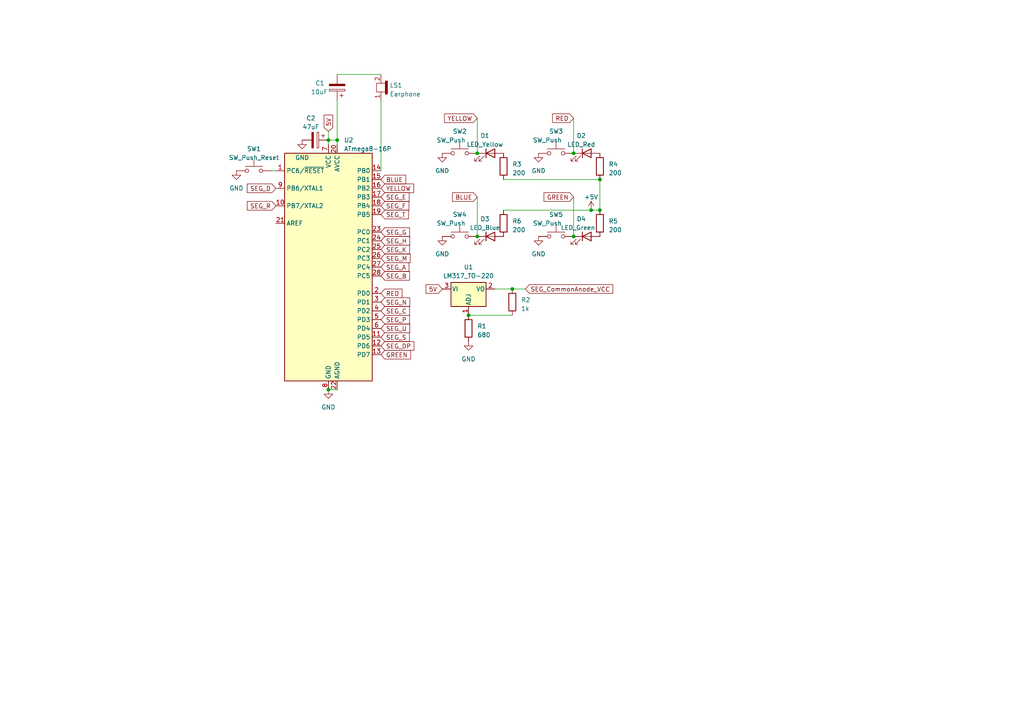
<source format=kicad_sch>
(kicad_sch (version 20230121) (generator eeschema)

  (uuid 53dc83bd-ee1d-469a-a497-1937f29c4a2d)

  (paper "A4")

  (lib_symbols
    (symbol "Device:C_Polarized" (pin_numbers hide) (pin_names (offset 0.254)) (in_bom yes) (on_board yes)
      (property "Reference" "C" (at 0.635 2.54 0)
        (effects (font (size 1.27 1.27)) (justify left))
      )
      (property "Value" "C_Polarized" (at 0.635 -2.54 0)
        (effects (font (size 1.27 1.27)) (justify left))
      )
      (property "Footprint" "" (at 0.9652 -3.81 0)
        (effects (font (size 1.27 1.27)) hide)
      )
      (property "Datasheet" "~" (at 0 0 0)
        (effects (font (size 1.27 1.27)) hide)
      )
      (property "ki_keywords" "cap capacitor" (at 0 0 0)
        (effects (font (size 1.27 1.27)) hide)
      )
      (property "ki_description" "Polarized capacitor" (at 0 0 0)
        (effects (font (size 1.27 1.27)) hide)
      )
      (property "ki_fp_filters" "CP_*" (at 0 0 0)
        (effects (font (size 1.27 1.27)) hide)
      )
      (symbol "C_Polarized_0_1"
        (rectangle (start -2.286 0.508) (end 2.286 1.016)
          (stroke (width 0) (type default))
          (fill (type none))
        )
        (polyline
          (pts
            (xy -1.778 2.286)
            (xy -0.762 2.286)
          )
          (stroke (width 0) (type default))
          (fill (type none))
        )
        (polyline
          (pts
            (xy -1.27 2.794)
            (xy -1.27 1.778)
          )
          (stroke (width 0) (type default))
          (fill (type none))
        )
        (rectangle (start 2.286 -0.508) (end -2.286 -1.016)
          (stroke (width 0) (type default))
          (fill (type outline))
        )
      )
      (symbol "C_Polarized_1_1"
        (pin passive line (at 0 3.81 270) (length 2.794)
          (name "~" (effects (font (size 1.27 1.27))))
          (number "1" (effects (font (size 1.27 1.27))))
        )
        (pin passive line (at 0 -3.81 90) (length 2.794)
          (name "~" (effects (font (size 1.27 1.27))))
          (number "2" (effects (font (size 1.27 1.27))))
        )
      )
    )
    (symbol "Device:Earphone" (pin_names (offset 0.0254) hide) (in_bom yes) (on_board yes)
      (property "Reference" "LS" (at 2.54 3.81 0)
        (effects (font (size 1.27 1.27)) (justify left))
      )
      (property "Value" "Earphone" (at 2.54 1.905 0)
        (effects (font (size 1.27 1.27)) (justify left))
      )
      (property "Footprint" "" (at 0 2.54 90)
        (effects (font (size 1.27 1.27)) hide)
      )
      (property "Datasheet" "~" (at 0 2.54 90)
        (effects (font (size 1.27 1.27)) hide)
      )
      (property "ki_keywords" "earphone speaker headphone" (at 0 0 0)
        (effects (font (size 1.27 1.27)) hide)
      )
      (property "ki_description" "Earphone, polarized" (at 0 0 0)
        (effects (font (size 1.27 1.27)) hide)
      )
      (symbol "Earphone_0_1"
        (rectangle (start 1.27 -0.635) (end 1.905 3.175)
          (stroke (width 0) (type default))
          (fill (type outline))
        )
        (rectangle (start 1.27 0) (end -1.27 2.54)
          (stroke (width 0) (type default))
          (fill (type none))
        )
      )
      (symbol "Earphone_1_1"
        (pin passive line (at 0 -2.54 90) (length 2.54)
          (name "-" (effects (font (size 1.27 1.27))))
          (number "1" (effects (font (size 1.27 1.27))))
        )
        (pin passive line (at 0 5.08 270) (length 2.54)
          (name "+" (effects (font (size 1.27 1.27))))
          (number "2" (effects (font (size 1.27 1.27))))
        )
      )
    )
    (symbol "Device:LED" (pin_numbers hide) (pin_names (offset 1.016) hide) (in_bom yes) (on_board yes)
      (property "Reference" "D" (at 0 2.54 0)
        (effects (font (size 1.27 1.27)))
      )
      (property "Value" "LED" (at 0 -2.54 0)
        (effects (font (size 1.27 1.27)))
      )
      (property "Footprint" "" (at 0 0 0)
        (effects (font (size 1.27 1.27)) hide)
      )
      (property "Datasheet" "~" (at 0 0 0)
        (effects (font (size 1.27 1.27)) hide)
      )
      (property "ki_keywords" "LED diode" (at 0 0 0)
        (effects (font (size 1.27 1.27)) hide)
      )
      (property "ki_description" "Light emitting diode" (at 0 0 0)
        (effects (font (size 1.27 1.27)) hide)
      )
      (property "ki_fp_filters" "LED* LED_SMD:* LED_THT:*" (at 0 0 0)
        (effects (font (size 1.27 1.27)) hide)
      )
      (symbol "LED_0_1"
        (polyline
          (pts
            (xy -1.27 -1.27)
            (xy -1.27 1.27)
          )
          (stroke (width 0.254) (type default))
          (fill (type none))
        )
        (polyline
          (pts
            (xy -1.27 0)
            (xy 1.27 0)
          )
          (stroke (width 0) (type default))
          (fill (type none))
        )
        (polyline
          (pts
            (xy 1.27 -1.27)
            (xy 1.27 1.27)
            (xy -1.27 0)
            (xy 1.27 -1.27)
          )
          (stroke (width 0.254) (type default))
          (fill (type none))
        )
        (polyline
          (pts
            (xy -3.048 -0.762)
            (xy -4.572 -2.286)
            (xy -3.81 -2.286)
            (xy -4.572 -2.286)
            (xy -4.572 -1.524)
          )
          (stroke (width 0) (type default))
          (fill (type none))
        )
        (polyline
          (pts
            (xy -1.778 -0.762)
            (xy -3.302 -2.286)
            (xy -2.54 -2.286)
            (xy -3.302 -2.286)
            (xy -3.302 -1.524)
          )
          (stroke (width 0) (type default))
          (fill (type none))
        )
      )
      (symbol "LED_1_1"
        (pin passive line (at -3.81 0 0) (length 2.54)
          (name "K" (effects (font (size 1.27 1.27))))
          (number "1" (effects (font (size 1.27 1.27))))
        )
        (pin passive line (at 3.81 0 180) (length 2.54)
          (name "A" (effects (font (size 1.27 1.27))))
          (number "2" (effects (font (size 1.27 1.27))))
        )
      )
    )
    (symbol "Device:R" (pin_numbers hide) (pin_names (offset 0)) (in_bom yes) (on_board yes)
      (property "Reference" "R" (at 2.032 0 90)
        (effects (font (size 1.27 1.27)))
      )
      (property "Value" "R" (at 0 0 90)
        (effects (font (size 1.27 1.27)))
      )
      (property "Footprint" "" (at -1.778 0 90)
        (effects (font (size 1.27 1.27)) hide)
      )
      (property "Datasheet" "~" (at 0 0 0)
        (effects (font (size 1.27 1.27)) hide)
      )
      (property "ki_keywords" "R res resistor" (at 0 0 0)
        (effects (font (size 1.27 1.27)) hide)
      )
      (property "ki_description" "Resistor" (at 0 0 0)
        (effects (font (size 1.27 1.27)) hide)
      )
      (property "ki_fp_filters" "R_*" (at 0 0 0)
        (effects (font (size 1.27 1.27)) hide)
      )
      (symbol "R_0_1"
        (rectangle (start -1.016 -2.54) (end 1.016 2.54)
          (stroke (width 0.254) (type default))
          (fill (type none))
        )
      )
      (symbol "R_1_1"
        (pin passive line (at 0 3.81 270) (length 1.27)
          (name "~" (effects (font (size 1.27 1.27))))
          (number "1" (effects (font (size 1.27 1.27))))
        )
        (pin passive line (at 0 -3.81 90) (length 1.27)
          (name "~" (effects (font (size 1.27 1.27))))
          (number "2" (effects (font (size 1.27 1.27))))
        )
      )
    )
    (symbol "MCU_Microchip_ATmega:ATmega8-16P" (in_bom yes) (on_board yes)
      (property "Reference" "U" (at -12.7 34.29 0)
        (effects (font (size 1.27 1.27)) (justify left bottom))
      )
      (property "Value" "ATmega8-16P" (at 5.08 -34.29 0)
        (effects (font (size 1.27 1.27)) (justify left top))
      )
      (property "Footprint" "Package_DIP:DIP-28_W7.62mm" (at 0 0 0)
        (effects (font (size 1.27 1.27) italic) hide)
      )
      (property "Datasheet" "http://ww1.microchip.com/downloads/en/DeviceDoc/atmel-2486-8-bit-avr-microcontroller-atmega8_l_datasheet.pdf" (at 0 0 0)
        (effects (font (size 1.27 1.27)) hide)
      )
      (property "ki_keywords" "AVR 8bit Microcontroller MegaAVR" (at 0 0 0)
        (effects (font (size 1.27 1.27)) hide)
      )
      (property "ki_description" "16MHz, 8kB Flash, 1kB SRAM, 512B EEPROM, DIP-28" (at 0 0 0)
        (effects (font (size 1.27 1.27)) hide)
      )
      (property "ki_fp_filters" "DIP*W7.62mm*" (at 0 0 0)
        (effects (font (size 1.27 1.27)) hide)
      )
      (symbol "ATmega8-16P_0_1"
        (rectangle (start -12.7 -33.02) (end 12.7 33.02)
          (stroke (width 0.254) (type default))
          (fill (type background))
        )
      )
      (symbol "ATmega8-16P_1_1"
        (pin bidirectional line (at -15.24 27.94 0) (length 2.54)
          (name "PC6/~{RESET}" (effects (font (size 1.27 1.27))))
          (number "1" (effects (font (size 1.27 1.27))))
        )
        (pin bidirectional line (at -15.24 17.78 0) (length 2.54)
          (name "PB7/XTAL2" (effects (font (size 1.27 1.27))))
          (number "10" (effects (font (size 1.27 1.27))))
        )
        (pin bidirectional line (at 15.24 -20.32 180) (length 2.54)
          (name "PD5" (effects (font (size 1.27 1.27))))
          (number "11" (effects (font (size 1.27 1.27))))
        )
        (pin bidirectional line (at 15.24 -22.86 180) (length 2.54)
          (name "PD6" (effects (font (size 1.27 1.27))))
          (number "12" (effects (font (size 1.27 1.27))))
        )
        (pin bidirectional line (at 15.24 -25.4 180) (length 2.54)
          (name "PD7" (effects (font (size 1.27 1.27))))
          (number "13" (effects (font (size 1.27 1.27))))
        )
        (pin bidirectional line (at 15.24 27.94 180) (length 2.54)
          (name "PB0" (effects (font (size 1.27 1.27))))
          (number "14" (effects (font (size 1.27 1.27))))
        )
        (pin bidirectional line (at 15.24 25.4 180) (length 2.54)
          (name "PB1" (effects (font (size 1.27 1.27))))
          (number "15" (effects (font (size 1.27 1.27))))
        )
        (pin bidirectional line (at 15.24 22.86 180) (length 2.54)
          (name "PB2" (effects (font (size 1.27 1.27))))
          (number "16" (effects (font (size 1.27 1.27))))
        )
        (pin bidirectional line (at 15.24 20.32 180) (length 2.54)
          (name "PB3" (effects (font (size 1.27 1.27))))
          (number "17" (effects (font (size 1.27 1.27))))
        )
        (pin bidirectional line (at 15.24 17.78 180) (length 2.54)
          (name "PB4" (effects (font (size 1.27 1.27))))
          (number "18" (effects (font (size 1.27 1.27))))
        )
        (pin bidirectional line (at 15.24 15.24 180) (length 2.54)
          (name "PB5" (effects (font (size 1.27 1.27))))
          (number "19" (effects (font (size 1.27 1.27))))
        )
        (pin bidirectional line (at 15.24 -7.62 180) (length 2.54)
          (name "PD0" (effects (font (size 1.27 1.27))))
          (number "2" (effects (font (size 1.27 1.27))))
        )
        (pin power_in line (at 2.54 35.56 270) (length 2.54)
          (name "AVCC" (effects (font (size 1.27 1.27))))
          (number "20" (effects (font (size 1.27 1.27))))
        )
        (pin passive line (at -15.24 12.7 0) (length 2.54)
          (name "AREF" (effects (font (size 1.27 1.27))))
          (number "21" (effects (font (size 1.27 1.27))))
        )
        (pin power_in line (at 2.54 -35.56 90) (length 2.54)
          (name "AGND" (effects (font (size 1.27 1.27))))
          (number "22" (effects (font (size 1.27 1.27))))
        )
        (pin bidirectional line (at 15.24 10.16 180) (length 2.54)
          (name "PC0" (effects (font (size 1.27 1.27))))
          (number "23" (effects (font (size 1.27 1.27))))
        )
        (pin bidirectional line (at 15.24 7.62 180) (length 2.54)
          (name "PC1" (effects (font (size 1.27 1.27))))
          (number "24" (effects (font (size 1.27 1.27))))
        )
        (pin bidirectional line (at 15.24 5.08 180) (length 2.54)
          (name "PC2" (effects (font (size 1.27 1.27))))
          (number "25" (effects (font (size 1.27 1.27))))
        )
        (pin bidirectional line (at 15.24 2.54 180) (length 2.54)
          (name "PC3" (effects (font (size 1.27 1.27))))
          (number "26" (effects (font (size 1.27 1.27))))
        )
        (pin bidirectional line (at 15.24 0 180) (length 2.54)
          (name "PC4" (effects (font (size 1.27 1.27))))
          (number "27" (effects (font (size 1.27 1.27))))
        )
        (pin bidirectional line (at 15.24 -2.54 180) (length 2.54)
          (name "PC5" (effects (font (size 1.27 1.27))))
          (number "28" (effects (font (size 1.27 1.27))))
        )
        (pin bidirectional line (at 15.24 -10.16 180) (length 2.54)
          (name "PD1" (effects (font (size 1.27 1.27))))
          (number "3" (effects (font (size 1.27 1.27))))
        )
        (pin bidirectional line (at 15.24 -12.7 180) (length 2.54)
          (name "PD2" (effects (font (size 1.27 1.27))))
          (number "4" (effects (font (size 1.27 1.27))))
        )
        (pin bidirectional line (at 15.24 -15.24 180) (length 2.54)
          (name "PD3" (effects (font (size 1.27 1.27))))
          (number "5" (effects (font (size 1.27 1.27))))
        )
        (pin bidirectional line (at 15.24 -17.78 180) (length 2.54)
          (name "PD4" (effects (font (size 1.27 1.27))))
          (number "6" (effects (font (size 1.27 1.27))))
        )
        (pin power_in line (at 0 35.56 270) (length 2.54)
          (name "VCC" (effects (font (size 1.27 1.27))))
          (number "7" (effects (font (size 1.27 1.27))))
        )
        (pin power_in line (at 0 -35.56 90) (length 2.54)
          (name "GND" (effects (font (size 1.27 1.27))))
          (number "8" (effects (font (size 1.27 1.27))))
        )
        (pin bidirectional line (at -15.24 22.86 0) (length 2.54)
          (name "PB6/XTAL1" (effects (font (size 1.27 1.27))))
          (number "9" (effects (font (size 1.27 1.27))))
        )
      )
    )
    (symbol "Regulator_Linear:LM317_TO-220" (pin_names (offset 0.254)) (in_bom yes) (on_board yes)
      (property "Reference" "U" (at -3.81 3.175 0)
        (effects (font (size 1.27 1.27)))
      )
      (property "Value" "LM317_TO-220" (at 0 3.175 0)
        (effects (font (size 1.27 1.27)) (justify left))
      )
      (property "Footprint" "Package_TO_SOT_THT:TO-220-3_Vertical" (at 0 6.35 0)
        (effects (font (size 1.27 1.27) italic) hide)
      )
      (property "Datasheet" "http://www.ti.com/lit/ds/symlink/lm317.pdf" (at 0 0 0)
        (effects (font (size 1.27 1.27)) hide)
      )
      (property "ki_keywords" "Adjustable Voltage Regulator 1A Positive" (at 0 0 0)
        (effects (font (size 1.27 1.27)) hide)
      )
      (property "ki_description" "1.5A 35V Adjustable Linear Regulator, TO-220" (at 0 0 0)
        (effects (font (size 1.27 1.27)) hide)
      )
      (property "ki_fp_filters" "TO?220*" (at 0 0 0)
        (effects (font (size 1.27 1.27)) hide)
      )
      (symbol "LM317_TO-220_0_1"
        (rectangle (start -5.08 1.905) (end 5.08 -5.08)
          (stroke (width 0.254) (type default))
          (fill (type background))
        )
      )
      (symbol "LM317_TO-220_1_1"
        (pin input line (at 0 -7.62 90) (length 2.54)
          (name "ADJ" (effects (font (size 1.27 1.27))))
          (number "1" (effects (font (size 1.27 1.27))))
        )
        (pin power_out line (at 7.62 0 180) (length 2.54)
          (name "VO" (effects (font (size 1.27 1.27))))
          (number "2" (effects (font (size 1.27 1.27))))
        )
        (pin power_in line (at -7.62 0 0) (length 2.54)
          (name "VI" (effects (font (size 1.27 1.27))))
          (number "3" (effects (font (size 1.27 1.27))))
        )
      )
    )
    (symbol "Switch:SW_Push" (pin_numbers hide) (pin_names (offset 1.016) hide) (in_bom yes) (on_board yes)
      (property "Reference" "SW" (at 1.27 2.54 0)
        (effects (font (size 1.27 1.27)) (justify left))
      )
      (property "Value" "SW_Push" (at 0 -1.524 0)
        (effects (font (size 1.27 1.27)))
      )
      (property "Footprint" "" (at 0 5.08 0)
        (effects (font (size 1.27 1.27)) hide)
      )
      (property "Datasheet" "~" (at 0 5.08 0)
        (effects (font (size 1.27 1.27)) hide)
      )
      (property "ki_keywords" "switch normally-open pushbutton push-button" (at 0 0 0)
        (effects (font (size 1.27 1.27)) hide)
      )
      (property "ki_description" "Push button switch, generic, two pins" (at 0 0 0)
        (effects (font (size 1.27 1.27)) hide)
      )
      (symbol "SW_Push_0_1"
        (circle (center -2.032 0) (radius 0.508)
          (stroke (width 0) (type default))
          (fill (type none))
        )
        (polyline
          (pts
            (xy 0 1.27)
            (xy 0 3.048)
          )
          (stroke (width 0) (type default))
          (fill (type none))
        )
        (polyline
          (pts
            (xy 2.54 1.27)
            (xy -2.54 1.27)
          )
          (stroke (width 0) (type default))
          (fill (type none))
        )
        (circle (center 2.032 0) (radius 0.508)
          (stroke (width 0) (type default))
          (fill (type none))
        )
        (pin passive line (at -5.08 0 0) (length 2.54)
          (name "1" (effects (font (size 1.27 1.27))))
          (number "1" (effects (font (size 1.27 1.27))))
        )
        (pin passive line (at 5.08 0 180) (length 2.54)
          (name "2" (effects (font (size 1.27 1.27))))
          (number "2" (effects (font (size 1.27 1.27))))
        )
      )
    )
    (symbol "power:+5V" (power) (pin_names (offset 0)) (in_bom yes) (on_board yes)
      (property "Reference" "#PWR" (at 0 -3.81 0)
        (effects (font (size 1.27 1.27)) hide)
      )
      (property "Value" "+5V" (at 0 3.556 0)
        (effects (font (size 1.27 1.27)))
      )
      (property "Footprint" "" (at 0 0 0)
        (effects (font (size 1.27 1.27)) hide)
      )
      (property "Datasheet" "" (at 0 0 0)
        (effects (font (size 1.27 1.27)) hide)
      )
      (property "ki_keywords" "global power" (at 0 0 0)
        (effects (font (size 1.27 1.27)) hide)
      )
      (property "ki_description" "Power symbol creates a global label with name \"+5V\"" (at 0 0 0)
        (effects (font (size 1.27 1.27)) hide)
      )
      (symbol "+5V_0_1"
        (polyline
          (pts
            (xy -0.762 1.27)
            (xy 0 2.54)
          )
          (stroke (width 0) (type default))
          (fill (type none))
        )
        (polyline
          (pts
            (xy 0 0)
            (xy 0 2.54)
          )
          (stroke (width 0) (type default))
          (fill (type none))
        )
        (polyline
          (pts
            (xy 0 2.54)
            (xy 0.762 1.27)
          )
          (stroke (width 0) (type default))
          (fill (type none))
        )
      )
      (symbol "+5V_1_1"
        (pin power_in line (at 0 0 90) (length 0) hide
          (name "+5V" (effects (font (size 1.27 1.27))))
          (number "1" (effects (font (size 1.27 1.27))))
        )
      )
    )
    (symbol "power:GND" (power) (pin_names (offset 0)) (in_bom yes) (on_board yes)
      (property "Reference" "#PWR" (at 0 -6.35 0)
        (effects (font (size 1.27 1.27)) hide)
      )
      (property "Value" "GND" (at 0 -3.81 0)
        (effects (font (size 1.27 1.27)))
      )
      (property "Footprint" "" (at 0 0 0)
        (effects (font (size 1.27 1.27)) hide)
      )
      (property "Datasheet" "" (at 0 0 0)
        (effects (font (size 1.27 1.27)) hide)
      )
      (property "ki_keywords" "global power" (at 0 0 0)
        (effects (font (size 1.27 1.27)) hide)
      )
      (property "ki_description" "Power symbol creates a global label with name \"GND\" , ground" (at 0 0 0)
        (effects (font (size 1.27 1.27)) hide)
      )
      (symbol "GND_0_1"
        (polyline
          (pts
            (xy 0 0)
            (xy 0 -1.27)
            (xy 1.27 -1.27)
            (xy 0 -2.54)
            (xy -1.27 -1.27)
            (xy 0 -1.27)
          )
          (stroke (width 0) (type default))
          (fill (type none))
        )
      )
      (symbol "GND_1_1"
        (pin power_in line (at 0 0 270) (length 0) hide
          (name "GND" (effects (font (size 1.27 1.27))))
          (number "1" (effects (font (size 1.27 1.27))))
        )
      )
    )
  )

  (junction (at 171.45 60.96) (diameter 0) (color 0 0 0 0)
    (uuid 08a61645-a8ae-4659-b47f-9b370a6140d0)
  )
  (junction (at 166.37 44.45) (diameter 0) (color 0 0 0 0)
    (uuid 12e732c4-ef9c-4f62-8726-c252f3af42dd)
  )
  (junction (at 135.89 91.44) (diameter 0) (color 0 0 0 0)
    (uuid 2764ca00-788d-4d66-a432-d0d79ef24edb)
  )
  (junction (at 97.79 40.64) (diameter 0) (color 0 0 0 0)
    (uuid 38b1fbe6-e0db-4cbb-94be-f578a5d38bc6)
  )
  (junction (at 95.25 40.64) (diameter 0) (color 0 0 0 0)
    (uuid 3e90a935-0fb8-46f5-8e6f-14aa69f4edb9)
  )
  (junction (at 173.99 52.07) (diameter 0) (color 0 0 0 0)
    (uuid 438bec78-65e9-4bcc-87ff-a3141bdea3ff)
  )
  (junction (at 166.37 68.58) (diameter 0) (color 0 0 0 0)
    (uuid 568047e7-feab-4dc6-8949-3e6053847733)
  )
  (junction (at 95.25 113.03) (diameter 0) (color 0 0 0 0)
    (uuid 593dc2e9-654d-4458-949b-99460e492e84)
  )
  (junction (at 148.59 83.82) (diameter 0) (color 0 0 0 0)
    (uuid 7d68e276-8802-4621-b1d6-3ac7c6409d6f)
  )
  (junction (at 138.43 68.58) (diameter 0) (color 0 0 0 0)
    (uuid 7e06c8d9-3ba6-4170-aef4-2ed3246371d4)
  )
  (junction (at 173.99 60.96) (diameter 0) (color 0 0 0 0)
    (uuid 8d68db36-449e-4c44-95c9-a5d025b81f67)
  )
  (junction (at 138.43 44.45) (diameter 0) (color 0 0 0 0)
    (uuid e5a67dc5-8325-4198-858a-fe47e10493fe)
  )

  (wire (pts (xy 78.74 49.53) (xy 80.01 49.53))
    (stroke (width 0) (type default))
    (uuid 0fa6dbe7-d560-41f6-b52f-8edbb5ce96e0)
  )
  (wire (pts (xy 110.49 21.59) (xy 97.79 21.59))
    (stroke (width 0) (type default))
    (uuid 1161c775-fed5-44fb-a252-efd11ed52bdf)
  )
  (wire (pts (xy 110.49 29.21) (xy 110.49 49.53))
    (stroke (width 0) (type default))
    (uuid 16acf136-0444-46f6-a66b-6986dd200694)
  )
  (wire (pts (xy 135.89 91.44) (xy 148.59 91.44))
    (stroke (width 0) (type default))
    (uuid 3a2976c4-e2e4-438e-a37b-4e361998dcb9)
  )
  (wire (pts (xy 95.25 38.1) (xy 95.25 40.64))
    (stroke (width 0) (type default))
    (uuid 463c824c-a975-4f6b-8a15-7417d21e1019)
  )
  (wire (pts (xy 138.43 34.29) (xy 138.43 44.45))
    (stroke (width 0) (type default))
    (uuid 49aab4d1-9490-4a80-aedb-fd078a58effc)
  )
  (wire (pts (xy 95.25 40.64) (xy 97.79 40.64))
    (stroke (width 0) (type default))
    (uuid 4efe01be-3b58-4c21-9c7e-a656fed1b10b)
  )
  (wire (pts (xy 138.43 57.15) (xy 138.43 68.58))
    (stroke (width 0) (type default))
    (uuid 5ad4e678-3202-499d-bbd9-69fcd27b815b)
  )
  (wire (pts (xy 173.99 52.07) (xy 173.99 60.96))
    (stroke (width 0) (type default))
    (uuid 67ccc178-eef5-4e5a-b233-e4d1bd4621a6)
  )
  (wire (pts (xy 143.51 83.82) (xy 148.59 83.82))
    (stroke (width 0) (type default))
    (uuid 6a557025-5746-46ad-b907-8860b5cf17b4)
  )
  (wire (pts (xy 97.79 29.21) (xy 97.79 40.64))
    (stroke (width 0) (type default))
    (uuid 7dc5b87a-d9b5-4a40-a4c1-2511ecd29720)
  )
  (wire (pts (xy 152.4 83.82) (xy 148.59 83.82))
    (stroke (width 0) (type default))
    (uuid 7ea9831a-6658-403a-8ece-bc2413a4daec)
  )
  (wire (pts (xy 166.37 57.15) (xy 166.37 68.58))
    (stroke (width 0) (type default))
    (uuid 80610c35-2688-4bbe-ad86-418080db6eb3)
  )
  (wire (pts (xy 95.25 40.64) (xy 95.25 41.91))
    (stroke (width 0) (type default))
    (uuid afa7cd47-ac60-42d0-854a-b0eead28b291)
  )
  (wire (pts (xy 166.37 34.29) (xy 166.37 44.45))
    (stroke (width 0) (type default))
    (uuid b82f086e-defb-4483-9e86-e5466f3e852b)
  )
  (wire (pts (xy 146.05 52.07) (xy 173.99 52.07))
    (stroke (width 0) (type default))
    (uuid c1125001-40f9-4546-a536-a6fda8929ca9)
  )
  (wire (pts (xy 95.25 113.03) (xy 97.79 113.03))
    (stroke (width 0) (type default))
    (uuid cf07554a-d346-4f60-84d9-cef83e74f271)
  )
  (wire (pts (xy 146.05 60.96) (xy 171.45 60.96))
    (stroke (width 0) (type default))
    (uuid d194e116-10ed-4753-8209-3f4ffe924452)
  )
  (wire (pts (xy 171.45 60.96) (xy 173.99 60.96))
    (stroke (width 0) (type default))
    (uuid e518e96b-90a1-4688-95c4-cc44428afab1)
  )
  (wire (pts (xy 97.79 40.64) (xy 97.79 41.91))
    (stroke (width 0) (type default))
    (uuid ec59a9b2-8b97-41e7-8e7e-38fbf64f6806)
  )

  (global_label "5V" (shape input) (at 128.27 83.82 180) (fields_autoplaced)
    (effects (font (size 1.27 1.27)) (justify right))
    (uuid 02667ca1-dba1-4a1d-93bd-f7604e8ec08f)
    (property "Intersheetrefs" "${INTERSHEET_REFS}" (at 123.0661 83.82 0)
      (effects (font (size 1.27 1.27)) (justify right) hide)
    )
  )
  (global_label "SEG_S" (shape input) (at 110.49 97.79 0) (fields_autoplaced)
    (effects (font (size 1.27 1.27)) (justify left))
    (uuid 03031a1d-1870-408c-add6-f910412e1c82)
    (property "Intersheetrefs" "${INTERSHEET_REFS}" (at 119.2014 97.79 0)
      (effects (font (size 1.27 1.27)) (justify left) hide)
    )
  )
  (global_label "SEG_P" (shape input) (at 110.49 92.71 0) (fields_autoplaced)
    (effects (font (size 1.27 1.27)) (justify left))
    (uuid 0a66e21d-453a-454c-8b25-a2af81839cfd)
    (property "Intersheetrefs" "${INTERSHEET_REFS}" (at 119.2619 92.71 0)
      (effects (font (size 1.27 1.27)) (justify left) hide)
    )
  )
  (global_label "YELLOW" (shape input) (at 138.43 34.29 180) (fields_autoplaced)
    (effects (font (size 1.27 1.27)) (justify right))
    (uuid 0e8989e2-b1e8-4e57-8270-76d1a58bcaeb)
    (property "Intersheetrefs" "${INTERSHEET_REFS}" (at 128.4485 34.29 0)
      (effects (font (size 1.27 1.27)) (justify right) hide)
    )
  )
  (global_label "SEG_H" (shape input) (at 110.49 69.85 0) (fields_autoplaced)
    (effects (font (size 1.27 1.27)) (justify left))
    (uuid 19c951fd-17ad-4230-9bdd-6d82cccd4705)
    (property "Intersheetrefs" "${INTERSHEET_REFS}" (at 119.3224 69.85 0)
      (effects (font (size 1.27 1.27)) (justify left) hide)
    )
  )
  (global_label "SEG_F" (shape input) (at 110.49 59.69 0) (fields_autoplaced)
    (effects (font (size 1.27 1.27)) (justify left))
    (uuid 1a1e7f40-75ab-4b69-a495-f363a95d9a53)
    (property "Intersheetrefs" "${INTERSHEET_REFS}" (at 119.0805 59.69 0)
      (effects (font (size 1.27 1.27)) (justify left) hide)
    )
  )
  (global_label "SEG_N" (shape input) (at 110.49 87.63 0) (fields_autoplaced)
    (effects (font (size 1.27 1.27)) (justify left))
    (uuid 20e0c7e6-7687-4c4f-a392-115c22cda35d)
    (property "Intersheetrefs" "${INTERSHEET_REFS}" (at 119.3224 87.63 0)
      (effects (font (size 1.27 1.27)) (justify left) hide)
    )
  )
  (global_label "YELLOW" (shape input) (at 110.49 54.61 0) (fields_autoplaced)
    (effects (font (size 1.27 1.27)) (justify left))
    (uuid 347ac394-3f56-419d-970c-b8c744dda3cd)
    (property "Intersheetrefs" "${INTERSHEET_REFS}" (at 120.4715 54.61 0)
      (effects (font (size 1.27 1.27)) (justify left) hide)
    )
  )
  (global_label "SEG_DP" (shape input) (at 110.49 100.33 0) (fields_autoplaced)
    (effects (font (size 1.27 1.27)) (justify left))
    (uuid 36b65db6-3cb3-425a-a814-be36690ae51e)
    (property "Intersheetrefs" "${INTERSHEET_REFS}" (at 120.5319 100.33 0)
      (effects (font (size 1.27 1.27)) (justify left) hide)
    )
  )
  (global_label "SEG_T" (shape input) (at 110.49 62.23 0) (fields_autoplaced)
    (effects (font (size 1.27 1.27)) (justify left))
    (uuid 46c0245d-d86c-4390-b170-329aea6c6394)
    (property "Intersheetrefs" "${INTERSHEET_REFS}" (at 118.9595 62.23 0)
      (effects (font (size 1.27 1.27)) (justify left) hide)
    )
  )
  (global_label "BLUE" (shape input) (at 138.43 57.15 180) (fields_autoplaced)
    (effects (font (size 1.27 1.27)) (justify right))
    (uuid 67b87cb1-2c03-44d4-b17e-0e30b5b22c32)
    (property "Intersheetrefs" "${INTERSHEET_REFS}" (at 130.7466 57.15 0)
      (effects (font (size 1.27 1.27)) (justify right) hide)
    )
  )
  (global_label "SEG_A" (shape input) (at 110.49 77.47 0) (fields_autoplaced)
    (effects (font (size 1.27 1.27)) (justify left))
    (uuid 72a897b2-ba14-413d-9987-ecfea476cb0c)
    (property "Intersheetrefs" "${INTERSHEET_REFS}" (at 119.0805 77.47 0)
      (effects (font (size 1.27 1.27)) (justify left) hide)
    )
  )
  (global_label "SEG_R" (shape input) (at 80.01 59.69 180) (fields_autoplaced)
    (effects (font (size 1.27 1.27)) (justify right))
    (uuid 730c2532-6b3c-49bc-9de2-08675fd71b58)
    (property "Intersheetrefs" "${INTERSHEET_REFS}" (at 71.2381 59.69 0)
      (effects (font (size 1.27 1.27)) (justify right) hide)
    )
  )
  (global_label "SEG_C" (shape input) (at 110.49 90.17 0) (fields_autoplaced)
    (effects (font (size 1.27 1.27)) (justify left))
    (uuid 75c90837-713b-4c03-944a-fd26cc429a70)
    (property "Intersheetrefs" "${INTERSHEET_REFS}" (at 119.2619 90.17 0)
      (effects (font (size 1.27 1.27)) (justify left) hide)
    )
  )
  (global_label "SEG_M" (shape input) (at 110.49 74.93 0) (fields_autoplaced)
    (effects (font (size 1.27 1.27)) (justify left))
    (uuid 8148c771-d0de-4c9a-8d47-ed5a087dd26c)
    (property "Intersheetrefs" "${INTERSHEET_REFS}" (at 119.4433 74.93 0)
      (effects (font (size 1.27 1.27)) (justify left) hide)
    )
  )
  (global_label "GREEN" (shape input) (at 166.37 57.15 180) (fields_autoplaced)
    (effects (font (size 1.27 1.27)) (justify right))
    (uuid 8618f1d8-f3eb-4c46-83b3-a2088e29663d)
    (property "Intersheetrefs" "${INTERSHEET_REFS}" (at 157.2957 57.15 0)
      (effects (font (size 1.27 1.27)) (justify right) hide)
    )
  )
  (global_label "RED" (shape input) (at 166.37 34.29 180) (fields_autoplaced)
    (effects (font (size 1.27 1.27)) (justify right))
    (uuid 92b0f3ec-d2b4-4e69-a3a4-f635ae23ad60)
    (property "Intersheetrefs" "${INTERSHEET_REFS}" (at 159.7752 34.29 0)
      (effects (font (size 1.27 1.27)) (justify right) hide)
    )
  )
  (global_label "SEG_D" (shape input) (at 80.01 54.61 180) (fields_autoplaced)
    (effects (font (size 1.27 1.27)) (justify right))
    (uuid c0b2f9e6-5abf-4d40-bdee-789346b63097)
    (property "Intersheetrefs" "${INTERSHEET_REFS}" (at 71.2381 54.61 0)
      (effects (font (size 1.27 1.27)) (justify right) hide)
    )
  )
  (global_label "SEG_U" (shape input) (at 110.49 95.25 0) (fields_autoplaced)
    (effects (font (size 1.27 1.27)) (justify left))
    (uuid c0e1456e-f04c-4c7c-ae91-49fc17f138d5)
    (property "Intersheetrefs" "${INTERSHEET_REFS}" (at 119.3224 95.25 0)
      (effects (font (size 1.27 1.27)) (justify left) hide)
    )
  )
  (global_label "SEG_B" (shape input) (at 110.49 80.01 0) (fields_autoplaced)
    (effects (font (size 1.27 1.27)) (justify left))
    (uuid c6af0328-d2b0-43ef-9fcf-095c1384c16e)
    (property "Intersheetrefs" "${INTERSHEET_REFS}" (at 119.2619 80.01 0)
      (effects (font (size 1.27 1.27)) (justify left) hide)
    )
  )
  (global_label "SEG_K" (shape input) (at 110.49 72.39 0) (fields_autoplaced)
    (effects (font (size 1.27 1.27)) (justify left))
    (uuid c7e62ff6-d214-4a8f-844c-99ca48ea81fc)
    (property "Intersheetrefs" "${INTERSHEET_REFS}" (at 119.2619 72.39 0)
      (effects (font (size 1.27 1.27)) (justify left) hide)
    )
  )
  (global_label "SEG_G" (shape input) (at 110.49 67.31 0) (fields_autoplaced)
    (effects (font (size 1.27 1.27)) (justify left))
    (uuid d23662dc-251d-419a-9a3d-8768e6f302f2)
    (property "Intersheetrefs" "${INTERSHEET_REFS}" (at 119.2619 67.31 0)
      (effects (font (size 1.27 1.27)) (justify left) hide)
    )
  )
  (global_label "5V" (shape input) (at 95.25 38.1 90) (fields_autoplaced)
    (effects (font (size 1.27 1.27)) (justify left))
    (uuid d275a8bc-c939-428a-8a96-2cdcab495a20)
    (property "Intersheetrefs" "${INTERSHEET_REFS}" (at 95.25 32.8961 90)
      (effects (font (size 1.27 1.27)) (justify left) hide)
    )
  )
  (global_label "SEG_CommonAnode_VCC" (shape input) (at 152.4 83.82 0) (fields_autoplaced)
    (effects (font (size 1.27 1.27)) (justify left))
    (uuid d9cf80af-4518-4536-a700-28c585c094fd)
    (property "Intersheetrefs" "${INTERSHEET_REFS}" (at 178.2259 83.82 0)
      (effects (font (size 1.27 1.27)) (justify left) hide)
    )
  )
  (global_label "SEG_E" (shape input) (at 110.49 57.15 0) (fields_autoplaced)
    (effects (font (size 1.27 1.27)) (justify left))
    (uuid dac3bb07-d968-4c74-a51d-8feaaf901983)
    (property "Intersheetrefs" "${INTERSHEET_REFS}" (at 119.1409 57.15 0)
      (effects (font (size 1.27 1.27)) (justify left) hide)
    )
  )
  (global_label "RED" (shape input) (at 110.49 85.09 0) (fields_autoplaced)
    (effects (font (size 1.27 1.27)) (justify left))
    (uuid e43b4379-af4d-4356-8999-92f1c4d2c08e)
    (property "Intersheetrefs" "${INTERSHEET_REFS}" (at 117.0848 85.09 0)
      (effects (font (size 1.27 1.27)) (justify left) hide)
    )
  )
  (global_label "GREEN" (shape input) (at 110.49 102.87 0) (fields_autoplaced)
    (effects (font (size 1.27 1.27)) (justify left))
    (uuid e82856ec-64e5-433c-82ee-880e0af008c0)
    (property "Intersheetrefs" "${INTERSHEET_REFS}" (at 119.5643 102.87 0)
      (effects (font (size 1.27 1.27)) (justify left) hide)
    )
  )
  (global_label "BLUE" (shape input) (at 110.49 52.07 0) (fields_autoplaced)
    (effects (font (size 1.27 1.27)) (justify left))
    (uuid f9232c2d-b910-4c32-8694-cae702101f89)
    (property "Intersheetrefs" "${INTERSHEET_REFS}" (at 118.1734 52.07 0)
      (effects (font (size 1.27 1.27)) (justify left) hide)
    )
  )

  (symbol (lib_id "Device:R") (at 173.99 48.26 0) (unit 1)
    (in_bom yes) (on_board yes) (dnp no) (fields_autoplaced)
    (uuid 0867de7f-12b7-44f2-a414-01c1f3dc9908)
    (property "Reference" "R4" (at 176.53 47.625 0)
      (effects (font (size 1.27 1.27)) (justify left))
    )
    (property "Value" "200" (at 176.53 50.165 0)
      (effects (font (size 1.27 1.27)) (justify left))
    )
    (property "Footprint" "" (at 172.212 48.26 90)
      (effects (font (size 1.27 1.27)) hide)
    )
    (property "Datasheet" "~" (at 173.99 48.26 0)
      (effects (font (size 1.27 1.27)) hide)
    )
    (pin "1" (uuid 017bc3e7-1481-41a0-8266-c6e6eca6d85f))
    (pin "2" (uuid 84130c17-a823-424f-b0fb-1f7959381b90))
    (instances
      (project "SuperSimon"
        (path "/53dc83bd-ee1d-469a-a497-1937f29c4a2d"
          (reference "R4") (unit 1)
        )
      )
    )
  )

  (symbol (lib_id "Device:C_Polarized") (at 97.79 25.4 180) (unit 1)
    (in_bom yes) (on_board yes) (dnp no)
    (uuid 111cf000-6460-4f5d-a57f-9470511c5f01)
    (property "Reference" "C1" (at 91.44 24.13 0)
      (effects (font (size 1.27 1.27)) (justify right))
    )
    (property "Value" "10uF" (at 90.17 26.67 0)
      (effects (font (size 1.27 1.27)) (justify right))
    )
    (property "Footprint" "" (at 96.8248 21.59 0)
      (effects (font (size 1.27 1.27)) hide)
    )
    (property "Datasheet" "~" (at 97.79 25.4 0)
      (effects (font (size 1.27 1.27)) hide)
    )
    (pin "1" (uuid 477ae3ee-22c1-42e4-82d4-4d3f65ba531c))
    (pin "2" (uuid 9364054a-f08d-4ddf-9a2d-83d2a364c64e))
    (instances
      (project "SuperSimon"
        (path "/53dc83bd-ee1d-469a-a497-1937f29c4a2d"
          (reference "C1") (unit 1)
        )
      )
    )
  )

  (symbol (lib_id "MCU_Microchip_ATmega:ATmega8-16P") (at 95.25 77.47 0) (unit 1)
    (in_bom yes) (on_board yes) (dnp no) (fields_autoplaced)
    (uuid 25358b15-37d6-4ab3-9051-1bdc2821de5c)
    (property "Reference" "U2" (at 99.7459 40.64 0)
      (effects (font (size 1.27 1.27)) (justify left))
    )
    (property "Value" "ATmega8-16P" (at 99.7459 43.18 0)
      (effects (font (size 1.27 1.27)) (justify left))
    )
    (property "Footprint" "Package_DIP:DIP-28_W7.62mm" (at 95.25 77.47 0)
      (effects (font (size 1.27 1.27) italic) hide)
    )
    (property "Datasheet" "http://ww1.microchip.com/downloads/en/DeviceDoc/atmel-2486-8-bit-avr-microcontroller-atmega8_l_datasheet.pdf" (at 95.25 77.47 0)
      (effects (font (size 1.27 1.27)) hide)
    )
    (pin "1" (uuid 1620d6e3-43ed-48f6-9f44-173858e5e611))
    (pin "10" (uuid 44df9e19-aa3a-4db5-9eb1-038d286352ba))
    (pin "11" (uuid 55c75e85-a72e-4d62-b259-0c8e57201d2e))
    (pin "12" (uuid 4c9edd93-a051-40c5-af42-e17ee9ed5d15))
    (pin "13" (uuid 71b2ba8a-0c4b-4275-969a-a3c44d5118d1))
    (pin "14" (uuid 088b49a7-1c08-4f63-97d9-d8f50f2ccf8d))
    (pin "15" (uuid 344fd7cb-d593-4930-8d73-41749060b81b))
    (pin "16" (uuid c2952722-9a5e-4e6f-9326-bfe6ad7920e1))
    (pin "17" (uuid 4967a4c8-2e63-405c-a7cc-e3e2a5d25f64))
    (pin "18" (uuid 6df108a6-bec5-4cd5-8946-051c28ba6ccc))
    (pin "19" (uuid 0abca127-dedf-4879-9db6-1866551bd84e))
    (pin "2" (uuid 960d9f37-8cd9-41d6-99db-50ddb5293a45))
    (pin "20" (uuid 764f3c19-ec67-4276-9b99-6026f57a4e3f))
    (pin "21" (uuid f785ebe0-8225-435d-94d1-0abc40c0b3b9))
    (pin "22" (uuid 58022eef-2832-49b9-aed4-9757ae201dae))
    (pin "23" (uuid 52e4afab-cd06-41a3-be7a-5db86c0e1468))
    (pin "24" (uuid 17ab5cc7-39bb-49ac-9a39-2f090b19b23d))
    (pin "25" (uuid d36ec3de-bc76-42a2-9abd-6aef8b2a25fa))
    (pin "26" (uuid 14ae3e19-e5b1-4f76-84e3-1b3d52368a3d))
    (pin "27" (uuid 40bf194d-d0cd-4f7e-b692-458a767a6943))
    (pin "28" (uuid 41068365-4e69-44b4-a8b6-e1427c3a2cce))
    (pin "3" (uuid 73084990-3642-46ef-9123-a0803e4e39bb))
    (pin "4" (uuid e8a004ea-9db1-495f-a003-53d0888a8b9e))
    (pin "5" (uuid 794c108c-2bd7-4add-b364-0baa14481581))
    (pin "6" (uuid 63208d16-952f-47ec-b32b-946b33965e17))
    (pin "7" (uuid 2eee29f7-c092-415b-a704-78c69aedb999))
    (pin "8" (uuid cd381bc8-2935-4755-be04-bf902cf42b88))
    (pin "9" (uuid efdca37d-17ea-4e5a-b070-d683320458b1))
    (instances
      (project "SuperSimon"
        (path "/53dc83bd-ee1d-469a-a497-1937f29c4a2d"
          (reference "U2") (unit 1)
        )
      )
    )
  )

  (symbol (lib_id "Switch:SW_Push") (at 161.29 44.45 0) (unit 1)
    (in_bom yes) (on_board yes) (dnp no)
    (uuid 29c949e7-71ce-4178-a70c-b1ef9bb2c677)
    (property "Reference" "SW3" (at 161.29 38.1 0)
      (effects (font (size 1.27 1.27)))
    )
    (property "Value" "SW_Push" (at 158.75 40.64 0)
      (effects (font (size 1.27 1.27)))
    )
    (property "Footprint" "" (at 161.29 39.37 0)
      (effects (font (size 1.27 1.27)) hide)
    )
    (property "Datasheet" "~" (at 161.29 39.37 0)
      (effects (font (size 1.27 1.27)) hide)
    )
    (pin "1" (uuid b9350e09-3dd7-4d9a-85a3-931a376ad2b5))
    (pin "2" (uuid 765f6b94-3b04-4b7d-9193-37fbf03de3e1))
    (instances
      (project "SuperSimon"
        (path "/53dc83bd-ee1d-469a-a497-1937f29c4a2d"
          (reference "SW3") (unit 1)
        )
      )
    )
  )

  (symbol (lib_id "Device:LED") (at 170.18 44.45 0) (unit 1)
    (in_bom yes) (on_board yes) (dnp no) (fields_autoplaced)
    (uuid 29f4c8dd-1d4f-45ef-8bf1-10ed2b8a4f8a)
    (property "Reference" "D2" (at 168.5925 39.37 0)
      (effects (font (size 1.27 1.27)))
    )
    (property "Value" "LED_Red" (at 168.5925 41.91 0)
      (effects (font (size 1.27 1.27)))
    )
    (property "Footprint" "" (at 170.18 44.45 0)
      (effects (font (size 1.27 1.27)) hide)
    )
    (property "Datasheet" "~" (at 170.18 44.45 0)
      (effects (font (size 1.27 1.27)) hide)
    )
    (pin "1" (uuid 653abc48-da2e-4124-b2fd-763ee64f15af))
    (pin "2" (uuid ff1780f1-df31-44b5-9ef6-ea547ab0a498))
    (instances
      (project "SuperSimon"
        (path "/53dc83bd-ee1d-469a-a497-1937f29c4a2d"
          (reference "D2") (unit 1)
        )
      )
    )
  )

  (symbol (lib_id "Device:LED") (at 142.24 68.58 0) (unit 1)
    (in_bom yes) (on_board yes) (dnp no)
    (uuid 342f9cae-4fdd-4b4b-9751-e5ac72813ab2)
    (property "Reference" "D3" (at 140.6525 63.5 0)
      (effects (font (size 1.27 1.27)))
    )
    (property "Value" "LED_Blue" (at 140.6525 66.04 0)
      (effects (font (size 1.27 1.27)))
    )
    (property "Footprint" "" (at 142.24 68.58 0)
      (effects (font (size 1.27 1.27)) hide)
    )
    (property "Datasheet" "~" (at 142.24 68.58 0)
      (effects (font (size 1.27 1.27)) hide)
    )
    (pin "1" (uuid 4d50287d-68b6-4930-972b-564af1b03c05))
    (pin "2" (uuid 25d84119-7566-4520-8354-1262a75de378))
    (instances
      (project "SuperSimon"
        (path "/53dc83bd-ee1d-469a-a497-1937f29c4a2d"
          (reference "D3") (unit 1)
        )
      )
    )
  )

  (symbol (lib_id "power:GND") (at 128.27 44.45 0) (unit 1)
    (in_bom yes) (on_board yes) (dnp no) (fields_autoplaced)
    (uuid 345b5cb0-a850-4857-a96c-086917002822)
    (property "Reference" "#PWR04" (at 128.27 50.8 0)
      (effects (font (size 1.27 1.27)) hide)
    )
    (property "Value" "GND" (at 128.27 49.53 0)
      (effects (font (size 1.27 1.27)))
    )
    (property "Footprint" "" (at 128.27 44.45 0)
      (effects (font (size 1.27 1.27)) hide)
    )
    (property "Datasheet" "" (at 128.27 44.45 0)
      (effects (font (size 1.27 1.27)) hide)
    )
    (pin "1" (uuid 0430f126-6429-4724-982b-fb703dff0a7c))
    (instances
      (project "SuperSimon"
        (path "/53dc83bd-ee1d-469a-a497-1937f29c4a2d"
          (reference "#PWR04") (unit 1)
        )
      )
    )
  )

  (symbol (lib_id "Device:R") (at 135.89 95.25 0) (unit 1)
    (in_bom yes) (on_board yes) (dnp no) (fields_autoplaced)
    (uuid 45ab9129-bdbc-48d8-a41c-2ca3ac210694)
    (property "Reference" "R1" (at 138.43 94.615 0)
      (effects (font (size 1.27 1.27)) (justify left))
    )
    (property "Value" "680" (at 138.43 97.155 0)
      (effects (font (size 1.27 1.27)) (justify left))
    )
    (property "Footprint" "" (at 134.112 95.25 90)
      (effects (font (size 1.27 1.27)) hide)
    )
    (property "Datasheet" "~" (at 135.89 95.25 0)
      (effects (font (size 1.27 1.27)) hide)
    )
    (pin "1" (uuid f6084c11-bd6d-4951-98fc-923081aa4ede))
    (pin "2" (uuid 93f3e0f6-cee7-48f1-bcc5-07fe29075ec9))
    (instances
      (project "SuperSimon"
        (path "/53dc83bd-ee1d-469a-a497-1937f29c4a2d"
          (reference "R1") (unit 1)
        )
      )
    )
  )

  (symbol (lib_id "Device:R") (at 148.59 87.63 0) (unit 1)
    (in_bom yes) (on_board yes) (dnp no) (fields_autoplaced)
    (uuid 4915d94a-e2c3-4ace-9675-ffe5d5feac0c)
    (property "Reference" "R2" (at 151.13 86.995 0)
      (effects (font (size 1.27 1.27)) (justify left))
    )
    (property "Value" "1k" (at 151.13 89.535 0)
      (effects (font (size 1.27 1.27)) (justify left))
    )
    (property "Footprint" "" (at 146.812 87.63 90)
      (effects (font (size 1.27 1.27)) hide)
    )
    (property "Datasheet" "~" (at 148.59 87.63 0)
      (effects (font (size 1.27 1.27)) hide)
    )
    (pin "1" (uuid e05a7a5f-973a-4e94-9b21-fa1a859cc26c))
    (pin "2" (uuid e7a00774-2f57-43ef-a8e1-3bddace88b9b))
    (instances
      (project "SuperSimon"
        (path "/53dc83bd-ee1d-469a-a497-1937f29c4a2d"
          (reference "R2") (unit 1)
        )
      )
    )
  )

  (symbol (lib_id "Switch:SW_Push") (at 133.35 68.58 0) (unit 1)
    (in_bom yes) (on_board yes) (dnp no)
    (uuid 4e0a4f86-2061-4976-b861-23c38f41e731)
    (property "Reference" "SW4" (at 133.35 62.23 0)
      (effects (font (size 1.27 1.27)))
    )
    (property "Value" "SW_Push" (at 130.81 64.77 0)
      (effects (font (size 1.27 1.27)))
    )
    (property "Footprint" "" (at 133.35 63.5 0)
      (effects (font (size 1.27 1.27)) hide)
    )
    (property "Datasheet" "~" (at 133.35 63.5 0)
      (effects (font (size 1.27 1.27)) hide)
    )
    (pin "1" (uuid 28caa7ba-fc1b-4241-b073-8fda0f8d59c9))
    (pin "2" (uuid 131fb596-6b1d-4c3e-9311-da4f9bc28830))
    (instances
      (project "SuperSimon"
        (path "/53dc83bd-ee1d-469a-a497-1937f29c4a2d"
          (reference "SW4") (unit 1)
        )
      )
    )
  )

  (symbol (lib_id "Device:R") (at 173.99 64.77 0) (unit 1)
    (in_bom yes) (on_board yes) (dnp no) (fields_autoplaced)
    (uuid 54b4e933-78f4-4706-acd5-97e2a48c8fb5)
    (property "Reference" "R5" (at 176.53 64.135 0)
      (effects (font (size 1.27 1.27)) (justify left))
    )
    (property "Value" "200" (at 176.53 66.675 0)
      (effects (font (size 1.27 1.27)) (justify left))
    )
    (property "Footprint" "" (at 172.212 64.77 90)
      (effects (font (size 1.27 1.27)) hide)
    )
    (property "Datasheet" "~" (at 173.99 64.77 0)
      (effects (font (size 1.27 1.27)) hide)
    )
    (pin "1" (uuid c129fe3b-e4ca-40d1-be5e-40089fdd0bb4))
    (pin "2" (uuid bc1b78e3-a3cc-4c7b-bcaa-c4fd370c4866))
    (instances
      (project "SuperSimon"
        (path "/53dc83bd-ee1d-469a-a497-1937f29c4a2d"
          (reference "R5") (unit 1)
        )
      )
    )
  )

  (symbol (lib_id "power:GND") (at 95.25 113.03 0) (unit 1)
    (in_bom yes) (on_board yes) (dnp no) (fields_autoplaced)
    (uuid 5541b698-aadd-4783-aa29-07b90734ba40)
    (property "Reference" "#PWR02" (at 95.25 119.38 0)
      (effects (font (size 1.27 1.27)) hide)
    )
    (property "Value" "GND" (at 95.25 118.11 0)
      (effects (font (size 1.27 1.27)))
    )
    (property "Footprint" "" (at 95.25 113.03 0)
      (effects (font (size 1.27 1.27)) hide)
    )
    (property "Datasheet" "" (at 95.25 113.03 0)
      (effects (font (size 1.27 1.27)) hide)
    )
    (pin "1" (uuid f6c0fdad-0949-4e39-b6ec-77d93971ee4e))
    (instances
      (project "SuperSimon"
        (path "/53dc83bd-ee1d-469a-a497-1937f29c4a2d"
          (reference "#PWR02") (unit 1)
        )
      )
    )
  )

  (symbol (lib_id "Device:C_Polarized") (at 91.44 40.64 270) (unit 1)
    (in_bom yes) (on_board yes) (dnp no)
    (uuid 5ff35695-bd00-4456-8bfc-64bcdc2a60d0)
    (property "Reference" "C2" (at 90.17 34.29 90)
      (effects (font (size 1.27 1.27)))
    )
    (property "Value" "47uF" (at 90.17 36.83 90)
      (effects (font (size 1.27 1.27)))
    )
    (property "Footprint" "" (at 87.63 41.6052 0)
      (effects (font (size 1.27 1.27)) hide)
    )
    (property "Datasheet" "~" (at 91.44 40.64 0)
      (effects (font (size 1.27 1.27)) hide)
    )
    (pin "1" (uuid f8050e00-9185-4d9d-b3bd-24f9cdc96ca9))
    (pin "2" (uuid a15b4a6c-2ec6-46d2-af37-994e1569f0a2))
    (instances
      (project "SuperSimon"
        (path "/53dc83bd-ee1d-469a-a497-1937f29c4a2d"
          (reference "C2") (unit 1)
        )
      )
    )
  )

  (symbol (lib_id "power:GND") (at 128.27 68.58 0) (unit 1)
    (in_bom yes) (on_board yes) (dnp no) (fields_autoplaced)
    (uuid 6885a42b-b8b5-42af-ade7-d082389dcc63)
    (property "Reference" "#PWR07" (at 128.27 74.93 0)
      (effects (font (size 1.27 1.27)) hide)
    )
    (property "Value" "GND" (at 128.27 73.66 0)
      (effects (font (size 1.27 1.27)))
    )
    (property "Footprint" "" (at 128.27 68.58 0)
      (effects (font (size 1.27 1.27)) hide)
    )
    (property "Datasheet" "" (at 128.27 68.58 0)
      (effects (font (size 1.27 1.27)) hide)
    )
    (pin "1" (uuid ef75cc08-3729-4764-b31e-4f0c2fa956bf))
    (instances
      (project "SuperSimon"
        (path "/53dc83bd-ee1d-469a-a497-1937f29c4a2d"
          (reference "#PWR07") (unit 1)
        )
      )
    )
  )

  (symbol (lib_id "power:GND") (at 87.63 40.64 0) (unit 1)
    (in_bom yes) (on_board yes) (dnp no) (fields_autoplaced)
    (uuid 73ec5db0-a57f-4ee3-8505-64fa4c168997)
    (property "Reference" "#PWR09" (at 87.63 46.99 0)
      (effects (font (size 1.27 1.27)) hide)
    )
    (property "Value" "GND" (at 87.63 45.72 0)
      (effects (font (size 1.27 1.27)))
    )
    (property "Footprint" "" (at 87.63 40.64 0)
      (effects (font (size 1.27 1.27)) hide)
    )
    (property "Datasheet" "" (at 87.63 40.64 0)
      (effects (font (size 1.27 1.27)) hide)
    )
    (pin "1" (uuid 82afdae5-8860-4aab-8b40-95195e6c2526))
    (instances
      (project "SuperSimon"
        (path "/53dc83bd-ee1d-469a-a497-1937f29c4a2d"
          (reference "#PWR09") (unit 1)
        )
      )
    )
  )

  (symbol (lib_id "Regulator_Linear:LM317_TO-220") (at 135.89 83.82 0) (unit 1)
    (in_bom yes) (on_board yes) (dnp no) (fields_autoplaced)
    (uuid 78b715c0-93f2-4631-a980-fd0b6b6293ce)
    (property "Reference" "U1" (at 135.89 77.47 0)
      (effects (font (size 1.27 1.27)))
    )
    (property "Value" "LM317_TO-220" (at 135.89 80.01 0)
      (effects (font (size 1.27 1.27)))
    )
    (property "Footprint" "Package_TO_SOT_THT:TO-220-3_Vertical" (at 135.89 77.47 0)
      (effects (font (size 1.27 1.27) italic) hide)
    )
    (property "Datasheet" "http://www.ti.com/lit/ds/symlink/lm317.pdf" (at 135.89 83.82 0)
      (effects (font (size 1.27 1.27)) hide)
    )
    (pin "1" (uuid 907e7189-2166-494a-bc56-7994fa2c7658))
    (pin "2" (uuid 2b07099c-d40c-44a2-91ee-59bc4ff3b35e))
    (pin "3" (uuid e3053040-356d-417b-afc3-54c8634e7dd1))
    (instances
      (project "SuperSimon"
        (path "/53dc83bd-ee1d-469a-a497-1937f29c4a2d"
          (reference "U1") (unit 1)
        )
      )
    )
  )

  (symbol (lib_id "power:+5V") (at 171.45 60.96 0) (unit 1)
    (in_bom yes) (on_board yes) (dnp no) (fields_autoplaced)
    (uuid 7e763b4f-9370-461f-8158-a033ac285918)
    (property "Reference" "#PWR03" (at 171.45 64.77 0)
      (effects (font (size 1.27 1.27)) hide)
    )
    (property "Value" "+5V" (at 171.45 57.15 0)
      (effects (font (size 1.27 1.27)))
    )
    (property "Footprint" "" (at 171.45 60.96 0)
      (effects (font (size 1.27 1.27)) hide)
    )
    (property "Datasheet" "" (at 171.45 60.96 0)
      (effects (font (size 1.27 1.27)) hide)
    )
    (pin "1" (uuid 2eaf9a31-62f8-458f-b646-20489612045b))
    (instances
      (project "SuperSimon"
        (path "/53dc83bd-ee1d-469a-a497-1937f29c4a2d"
          (reference "#PWR03") (unit 1)
        )
      )
    )
  )

  (symbol (lib_id "Switch:SW_Push") (at 73.66 49.53 0) (unit 1)
    (in_bom yes) (on_board yes) (dnp no) (fields_autoplaced)
    (uuid 80e8aeea-7e86-4d15-9077-9366984c46e0)
    (property "Reference" "SW1" (at 73.66 43.18 0)
      (effects (font (size 1.27 1.27)))
    )
    (property "Value" "SW_Push_Reset" (at 73.66 45.72 0)
      (effects (font (size 1.27 1.27)))
    )
    (property "Footprint" "" (at 73.66 44.45 0)
      (effects (font (size 1.27 1.27)) hide)
    )
    (property "Datasheet" "~" (at 73.66 44.45 0)
      (effects (font (size 1.27 1.27)) hide)
    )
    (pin "1" (uuid a63e8e7a-60e1-4383-ac28-000fe74079f1))
    (pin "2" (uuid bf7355ca-426b-40f6-bb4e-e4ae41c513cd))
    (instances
      (project "SuperSimon"
        (path "/53dc83bd-ee1d-469a-a497-1937f29c4a2d"
          (reference "SW1") (unit 1)
        )
      )
    )
  )

  (symbol (lib_id "Switch:SW_Push") (at 133.35 44.45 0) (unit 1)
    (in_bom yes) (on_board yes) (dnp no)
    (uuid 92ec341a-de50-4ed2-a5da-f28bf4925240)
    (property "Reference" "SW2" (at 133.35 38.1 0)
      (effects (font (size 1.27 1.27)))
    )
    (property "Value" "SW_Push" (at 130.81 40.64 0)
      (effects (font (size 1.27 1.27)))
    )
    (property "Footprint" "" (at 133.35 39.37 0)
      (effects (font (size 1.27 1.27)) hide)
    )
    (property "Datasheet" "~" (at 133.35 39.37 0)
      (effects (font (size 1.27 1.27)) hide)
    )
    (pin "1" (uuid 921b084b-bf23-49ed-b5bb-edef4c5e2aaf))
    (pin "2" (uuid 8e86e609-32c4-4724-acc1-2a6513ab206f))
    (instances
      (project "SuperSimon"
        (path "/53dc83bd-ee1d-469a-a497-1937f29c4a2d"
          (reference "SW2") (unit 1)
        )
      )
    )
  )

  (symbol (lib_id "power:GND") (at 156.21 44.45 0) (unit 1)
    (in_bom yes) (on_board yes) (dnp no) (fields_autoplaced)
    (uuid 94a3fa96-da91-4a85-bb95-5ecc9fbc34b9)
    (property "Reference" "#PWR05" (at 156.21 50.8 0)
      (effects (font (size 1.27 1.27)) hide)
    )
    (property "Value" "GND" (at 156.21 49.53 0)
      (effects (font (size 1.27 1.27)))
    )
    (property "Footprint" "" (at 156.21 44.45 0)
      (effects (font (size 1.27 1.27)) hide)
    )
    (property "Datasheet" "" (at 156.21 44.45 0)
      (effects (font (size 1.27 1.27)) hide)
    )
    (pin "1" (uuid 4efdc4fd-62dd-4af1-8073-b94cb99be85a))
    (instances
      (project "SuperSimon"
        (path "/53dc83bd-ee1d-469a-a497-1937f29c4a2d"
          (reference "#PWR05") (unit 1)
        )
      )
    )
  )

  (symbol (lib_id "Device:R") (at 146.05 48.26 0) (unit 1)
    (in_bom yes) (on_board yes) (dnp no) (fields_autoplaced)
    (uuid 96aa3fc7-404b-44bf-9d36-03373f87253c)
    (property "Reference" "R3" (at 148.59 47.625 0)
      (effects (font (size 1.27 1.27)) (justify left))
    )
    (property "Value" "200" (at 148.59 50.165 0)
      (effects (font (size 1.27 1.27)) (justify left))
    )
    (property "Footprint" "" (at 144.272 48.26 90)
      (effects (font (size 1.27 1.27)) hide)
    )
    (property "Datasheet" "~" (at 146.05 48.26 0)
      (effects (font (size 1.27 1.27)) hide)
    )
    (pin "1" (uuid f606b266-7f68-438c-b185-a70ae4547dcd))
    (pin "2" (uuid 1a1f45d8-85dc-4789-aab2-7a110727a363))
    (instances
      (project "SuperSimon"
        (path "/53dc83bd-ee1d-469a-a497-1937f29c4a2d"
          (reference "R3") (unit 1)
        )
      )
    )
  )

  (symbol (lib_id "Switch:SW_Push") (at 161.29 68.58 0) (unit 1)
    (in_bom yes) (on_board yes) (dnp no)
    (uuid 9b37da8f-4a3b-4a5d-a83b-3e110d6363f8)
    (property "Reference" "SW5" (at 161.29 62.23 0)
      (effects (font (size 1.27 1.27)))
    )
    (property "Value" "SW_Push" (at 158.75 64.77 0)
      (effects (font (size 1.27 1.27)))
    )
    (property "Footprint" "" (at 161.29 63.5 0)
      (effects (font (size 1.27 1.27)) hide)
    )
    (property "Datasheet" "~" (at 161.29 63.5 0)
      (effects (font (size 1.27 1.27)) hide)
    )
    (pin "1" (uuid b90a4c76-9220-46f1-9e34-2dd0b42fca6a))
    (pin "2" (uuid 7cead58c-3664-4add-bbb1-088e0133c05c))
    (instances
      (project "SuperSimon"
        (path "/53dc83bd-ee1d-469a-a497-1937f29c4a2d"
          (reference "SW5") (unit 1)
        )
      )
    )
  )

  (symbol (lib_id "power:GND") (at 135.89 99.06 0) (unit 1)
    (in_bom yes) (on_board yes) (dnp no) (fields_autoplaced)
    (uuid adf7eef8-aa2c-4972-ae12-ad620b95752c)
    (property "Reference" "#PWR08" (at 135.89 105.41 0)
      (effects (font (size 1.27 1.27)) hide)
    )
    (property "Value" "GND" (at 135.89 104.14 0)
      (effects (font (size 1.27 1.27)))
    )
    (property "Footprint" "" (at 135.89 99.06 0)
      (effects (font (size 1.27 1.27)) hide)
    )
    (property "Datasheet" "" (at 135.89 99.06 0)
      (effects (font (size 1.27 1.27)) hide)
    )
    (pin "1" (uuid edf9bf4a-fbc5-472e-8ae8-4abc41b252ab))
    (instances
      (project "SuperSimon"
        (path "/53dc83bd-ee1d-469a-a497-1937f29c4a2d"
          (reference "#PWR08") (unit 1)
        )
      )
    )
  )

  (symbol (lib_id "power:GND") (at 156.21 68.58 0) (unit 1)
    (in_bom yes) (on_board yes) (dnp no) (fields_autoplaced)
    (uuid b071c698-15f1-4021-961c-de532ebfa8b0)
    (property "Reference" "#PWR06" (at 156.21 74.93 0)
      (effects (font (size 1.27 1.27)) hide)
    )
    (property "Value" "GND" (at 156.21 73.66 0)
      (effects (font (size 1.27 1.27)))
    )
    (property "Footprint" "" (at 156.21 68.58 0)
      (effects (font (size 1.27 1.27)) hide)
    )
    (property "Datasheet" "" (at 156.21 68.58 0)
      (effects (font (size 1.27 1.27)) hide)
    )
    (pin "1" (uuid 03a5a8f7-90a1-4f18-8caa-80e3d16686f5))
    (instances
      (project "SuperSimon"
        (path "/53dc83bd-ee1d-469a-a497-1937f29c4a2d"
          (reference "#PWR06") (unit 1)
        )
      )
    )
  )

  (symbol (lib_id "Device:R") (at 146.05 64.77 0) (unit 1)
    (in_bom yes) (on_board yes) (dnp no) (fields_autoplaced)
    (uuid b1cb8848-2bba-4e62-a6af-b70f0ee6dbec)
    (property "Reference" "R6" (at 148.59 64.135 0)
      (effects (font (size 1.27 1.27)) (justify left))
    )
    (property "Value" "200" (at 148.59 66.675 0)
      (effects (font (size 1.27 1.27)) (justify left))
    )
    (property "Footprint" "" (at 144.272 64.77 90)
      (effects (font (size 1.27 1.27)) hide)
    )
    (property "Datasheet" "~" (at 146.05 64.77 0)
      (effects (font (size 1.27 1.27)) hide)
    )
    (pin "1" (uuid 419ebf61-727d-4307-aab9-73040b7e0c6a))
    (pin "2" (uuid e1531a77-3d24-4eb9-ab65-c473a3dac8e8))
    (instances
      (project "SuperSimon"
        (path "/53dc83bd-ee1d-469a-a497-1937f29c4a2d"
          (reference "R6") (unit 1)
        )
      )
    )
  )

  (symbol (lib_id "power:GND") (at 68.58 49.53 0) (unit 1)
    (in_bom yes) (on_board yes) (dnp no) (fields_autoplaced)
    (uuid c2f27adf-0aa7-4e4c-9e95-1db87dce763b)
    (property "Reference" "#PWR01" (at 68.58 55.88 0)
      (effects (font (size 1.27 1.27)) hide)
    )
    (property "Value" "GND" (at 68.58 54.61 0)
      (effects (font (size 1.27 1.27)))
    )
    (property "Footprint" "" (at 68.58 49.53 0)
      (effects (font (size 1.27 1.27)) hide)
    )
    (property "Datasheet" "" (at 68.58 49.53 0)
      (effects (font (size 1.27 1.27)) hide)
    )
    (pin "1" (uuid e66014a0-f0c8-4975-b276-2edfce7de53c))
    (instances
      (project "SuperSimon"
        (path "/53dc83bd-ee1d-469a-a497-1937f29c4a2d"
          (reference "#PWR01") (unit 1)
        )
      )
    )
  )

  (symbol (lib_id "Device:LED") (at 142.24 44.45 0) (unit 1)
    (in_bom yes) (on_board yes) (dnp no) (fields_autoplaced)
    (uuid ce50e7c9-26be-4baf-8b5a-3626d5c512cc)
    (property "Reference" "D1" (at 140.6525 39.37 0)
      (effects (font (size 1.27 1.27)))
    )
    (property "Value" "LED_Yellow" (at 140.6525 41.91 0)
      (effects (font (size 1.27 1.27)))
    )
    (property "Footprint" "" (at 142.24 44.45 0)
      (effects (font (size 1.27 1.27)) hide)
    )
    (property "Datasheet" "~" (at 142.24 44.45 0)
      (effects (font (size 1.27 1.27)) hide)
    )
    (pin "1" (uuid c4840e0d-c941-4319-94a9-8827e71ac735))
    (pin "2" (uuid 1dc635a8-6735-404f-ae0c-ea82833f61e5))
    (instances
      (project "SuperSimon"
        (path "/53dc83bd-ee1d-469a-a497-1937f29c4a2d"
          (reference "D1") (unit 1)
        )
      )
    )
  )

  (symbol (lib_id "Device:LED") (at 170.18 68.58 0) (unit 1)
    (in_bom yes) (on_board yes) (dnp no)
    (uuid ed393211-907f-44ef-8db6-7aa0f9fc7c2b)
    (property "Reference" "D4" (at 168.5925 63.5 0)
      (effects (font (size 1.27 1.27)))
    )
    (property "Value" "LED_Green" (at 167.64 66.04 0)
      (effects (font (size 1.27 1.27)))
    )
    (property "Footprint" "" (at 170.18 68.58 0)
      (effects (font (size 1.27 1.27)) hide)
    )
    (property "Datasheet" "~" (at 170.18 68.58 0)
      (effects (font (size 1.27 1.27)) hide)
    )
    (pin "1" (uuid 64956c68-9cd4-4940-b1b5-22eacdec2012))
    (pin "2" (uuid 6b56ecdf-feeb-4f1f-8064-596137048724))
    (instances
      (project "SuperSimon"
        (path "/53dc83bd-ee1d-469a-a497-1937f29c4a2d"
          (reference "D4") (unit 1)
        )
      )
    )
  )

  (symbol (lib_id "Device:Earphone") (at 110.49 26.67 0) (unit 1)
    (in_bom yes) (on_board yes) (dnp no) (fields_autoplaced)
    (uuid f60c2599-091d-433e-aded-b1e5f847de54)
    (property "Reference" "LS1" (at 113.03 24.765 0)
      (effects (font (size 1.27 1.27)) (justify left))
    )
    (property "Value" "Earphone" (at 113.03 27.305 0)
      (effects (font (size 1.27 1.27)) (justify left))
    )
    (property "Footprint" "" (at 110.49 24.13 90)
      (effects (font (size 1.27 1.27)) hide)
    )
    (property "Datasheet" "~" (at 110.49 24.13 90)
      (effects (font (size 1.27 1.27)) hide)
    )
    (pin "1" (uuid af9bf24f-7c07-47d1-9011-ae6bfc187a3e))
    (pin "2" (uuid 6dd14a0a-f74f-4428-811a-51bbedb7d9a1))
    (instances
      (project "SuperSimon"
        (path "/53dc83bd-ee1d-469a-a497-1937f29c4a2d"
          (reference "LS1") (unit 1)
        )
      )
    )
  )

  (sheet_instances
    (path "/" (page "1"))
  )
)

</source>
